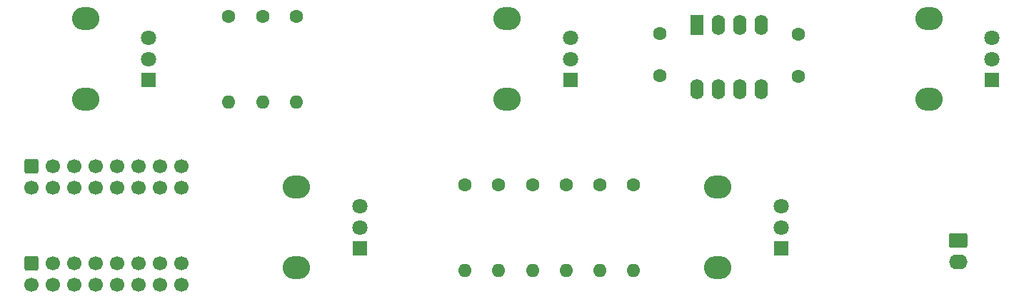
<source format=gbr>
G04 #@! TF.GenerationSoftware,KiCad,Pcbnew,(6.0.5)*
G04 #@! TF.CreationDate,2022-07-25T19:39:25-05:00*
G04 #@! TF.ProjectId,KosmoVoltsMain,4b6f736d-6f56-46f6-9c74-734d61696e2e,rev?*
G04 #@! TF.SameCoordinates,Original*
G04 #@! TF.FileFunction,Soldermask,Top*
G04 #@! TF.FilePolarity,Negative*
%FSLAX46Y46*%
G04 Gerber Fmt 4.6, Leading zero omitted, Abs format (unit mm)*
G04 Created by KiCad (PCBNEW (6.0.5)) date 2022-07-25 19:39:25*
%MOMM*%
%LPD*%
G01*
G04 APERTURE LIST*
G04 Aperture macros list*
%AMRoundRect*
0 Rectangle with rounded corners*
0 $1 Rounding radius*
0 $2 $3 $4 $5 $6 $7 $8 $9 X,Y pos of 4 corners*
0 Add a 4 corners polygon primitive as box body*
4,1,4,$2,$3,$4,$5,$6,$7,$8,$9,$2,$3,0*
0 Add four circle primitives for the rounded corners*
1,1,$1+$1,$2,$3*
1,1,$1+$1,$4,$5*
1,1,$1+$1,$6,$7*
1,1,$1+$1,$8,$9*
0 Add four rect primitives between the rounded corners*
20,1,$1+$1,$2,$3,$4,$5,0*
20,1,$1+$1,$4,$5,$6,$7,0*
20,1,$1+$1,$6,$7,$8,$9,0*
20,1,$1+$1,$8,$9,$2,$3,0*%
G04 Aperture macros list end*
%ADD10C,1.600000*%
%ADD11O,3.240000X2.720000*%
%ADD12R,1.800000X1.800000*%
%ADD13C,1.800000*%
%ADD14RoundRect,0.250000X-0.600000X0.600000X-0.600000X-0.600000X0.600000X-0.600000X0.600000X0.600000X0*%
%ADD15C,1.700000*%
%ADD16R,1.600000X2.400000*%
%ADD17O,1.600000X2.400000*%
%ADD18O,1.600000X1.600000*%
%ADD19RoundRect,0.250000X-0.850000X0.620000X-0.850000X-0.620000X0.850000X-0.620000X0.850000X0.620000X0*%
%ADD20O,2.200000X1.740000*%
G04 APERTURE END LIST*
D10*
X174500000Y-107100000D03*
X174500000Y-112100000D03*
X158100000Y-112000000D03*
X158100000Y-107000000D03*
D11*
X165000000Y-134800000D03*
X165000000Y-125200000D03*
D12*
X172500000Y-132500000D03*
D13*
X172500000Y-130000000D03*
X172500000Y-127500000D03*
D11*
X115000000Y-134800000D03*
X115000000Y-125200000D03*
D12*
X122500000Y-132500000D03*
D13*
X122500000Y-130000000D03*
X122500000Y-127500000D03*
D11*
X90000000Y-105200000D03*
X90000000Y-114800000D03*
D12*
X97500000Y-112500000D03*
D13*
X97500000Y-110000000D03*
X97500000Y-107500000D03*
D11*
X190000000Y-114800000D03*
X190000000Y-105200000D03*
D12*
X197500000Y-112500000D03*
D13*
X197500000Y-110000000D03*
X197500000Y-107500000D03*
D11*
X140000000Y-114800000D03*
X140000000Y-105200000D03*
D12*
X147500000Y-112500000D03*
D13*
X147500000Y-110000000D03*
X147500000Y-107500000D03*
D14*
X83610000Y-122747500D03*
D15*
X83610000Y-125287500D03*
X86150000Y-122747500D03*
X86150000Y-125287500D03*
X88690000Y-122747500D03*
X88690000Y-125287500D03*
X91230000Y-122747500D03*
X91230000Y-125287500D03*
X93770000Y-122747500D03*
X93770000Y-125287500D03*
X96310000Y-122747500D03*
X96310000Y-125287500D03*
X98850000Y-122747500D03*
X98850000Y-125287500D03*
X101390000Y-122747500D03*
X101390000Y-125287500D03*
D16*
X162500000Y-106000000D03*
D17*
X165040000Y-106000000D03*
X167580000Y-106000000D03*
X170120000Y-106000000D03*
X170120000Y-113620000D03*
X167580000Y-113620000D03*
X165040000Y-113620000D03*
X162500000Y-113620000D03*
D10*
X111000000Y-104920000D03*
D18*
X111000000Y-115080000D03*
D10*
X115000000Y-104920000D03*
D18*
X115000000Y-115080000D03*
D10*
X151000000Y-124920000D03*
D18*
X151000000Y-135080000D03*
D14*
X83610000Y-134247500D03*
D15*
X83610000Y-136787500D03*
X86150000Y-134247500D03*
X86150000Y-136787500D03*
X88690000Y-134247500D03*
X88690000Y-136787500D03*
X91230000Y-134247500D03*
X91230000Y-136787500D03*
X93770000Y-134247500D03*
X93770000Y-136787500D03*
X96310000Y-134247500D03*
X96310000Y-136787500D03*
X98850000Y-134247500D03*
X98850000Y-136787500D03*
X101390000Y-134247500D03*
X101390000Y-136787500D03*
D19*
X193500000Y-131500000D03*
D20*
X193500000Y-134040000D03*
D10*
X139000000Y-124920000D03*
D18*
X139000000Y-135080000D03*
D10*
X147000000Y-124920000D03*
D18*
X147000000Y-135080000D03*
D10*
X143000000Y-124920000D03*
D18*
X143000000Y-135080000D03*
D10*
X155000000Y-124920000D03*
D18*
X155000000Y-135080000D03*
D10*
X135000000Y-124920000D03*
D18*
X135000000Y-135080000D03*
D10*
X107000000Y-104920000D03*
D18*
X107000000Y-115080000D03*
M02*

</source>
